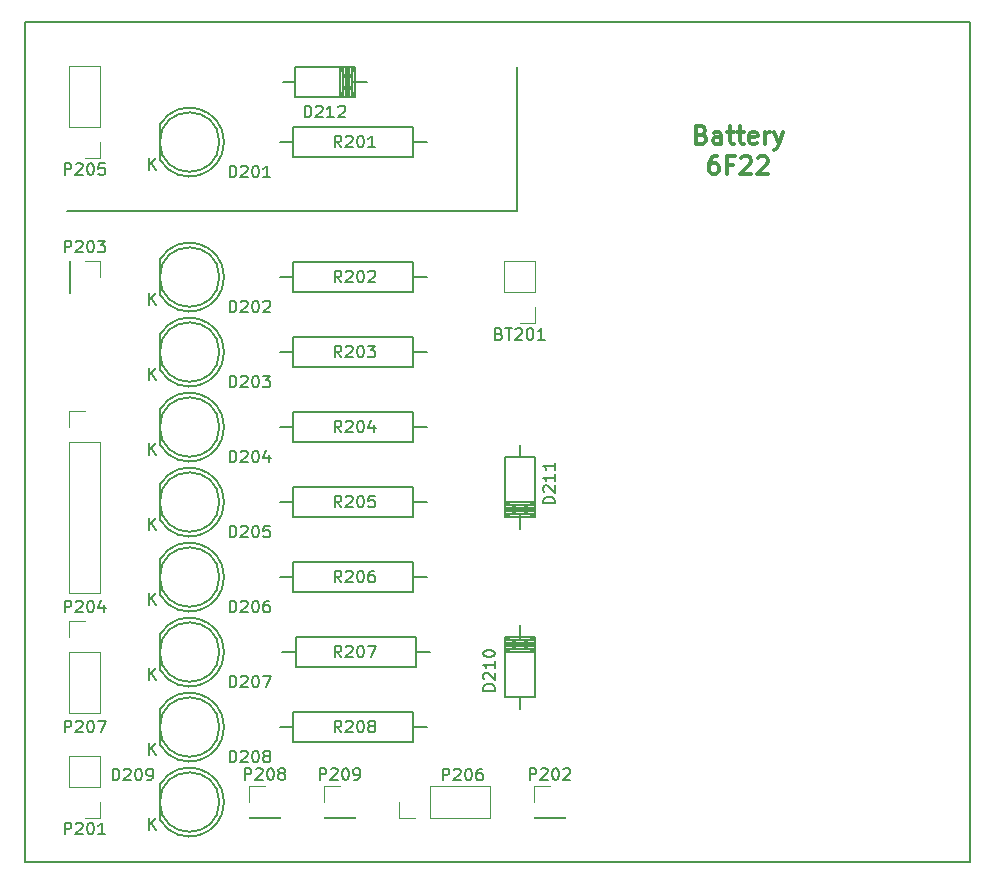
<source format=gbr>
%TF.GenerationSoftware,KiCad,Pcbnew,5.1.9+dfsg1-1+deb11u1*%
%TF.CreationDate,2023-10-22T15:59:23+02:00*%
%TF.ProjectId,display,64697370-6c61-4792-9e6b-696361645f70,231022*%
%TF.SameCoordinates,Original*%
%TF.FileFunction,Legend,Top*%
%TF.FilePolarity,Positive*%
%FSLAX46Y46*%
G04 Gerber Fmt 4.6, Leading zero omitted, Abs format (unit mm)*
G04 Created by KiCad (PCBNEW 5.1.9+dfsg1-1+deb11u1) date 2023-10-22 15:59:23*
%MOMM*%
%LPD*%
G01*
G04 APERTURE LIST*
%ADD10C,0.300000*%
%ADD11C,0.200000*%
%TA.AperFunction,Profile*%
%ADD12C,0.150000*%
%TD*%
%ADD13C,0.150000*%
%ADD14C,0.120000*%
G04 APERTURE END LIST*
D10*
X162500857Y-67705857D02*
X162715142Y-67777285D01*
X162786571Y-67848714D01*
X162858000Y-67991571D01*
X162858000Y-68205857D01*
X162786571Y-68348714D01*
X162715142Y-68420142D01*
X162572285Y-68491571D01*
X162000857Y-68491571D01*
X162000857Y-66991571D01*
X162500857Y-66991571D01*
X162643714Y-67063000D01*
X162715142Y-67134428D01*
X162786571Y-67277285D01*
X162786571Y-67420142D01*
X162715142Y-67563000D01*
X162643714Y-67634428D01*
X162500857Y-67705857D01*
X162000857Y-67705857D01*
X164143714Y-68491571D02*
X164143714Y-67705857D01*
X164072285Y-67563000D01*
X163929428Y-67491571D01*
X163643714Y-67491571D01*
X163500857Y-67563000D01*
X164143714Y-68420142D02*
X164000857Y-68491571D01*
X163643714Y-68491571D01*
X163500857Y-68420142D01*
X163429428Y-68277285D01*
X163429428Y-68134428D01*
X163500857Y-67991571D01*
X163643714Y-67920142D01*
X164000857Y-67920142D01*
X164143714Y-67848714D01*
X164643714Y-67491571D02*
X165215142Y-67491571D01*
X164858000Y-66991571D02*
X164858000Y-68277285D01*
X164929428Y-68420142D01*
X165072285Y-68491571D01*
X165215142Y-68491571D01*
X165500857Y-67491571D02*
X166072285Y-67491571D01*
X165715142Y-66991571D02*
X165715142Y-68277285D01*
X165786571Y-68420142D01*
X165929428Y-68491571D01*
X166072285Y-68491571D01*
X167143714Y-68420142D02*
X167000857Y-68491571D01*
X166715142Y-68491571D01*
X166572285Y-68420142D01*
X166500857Y-68277285D01*
X166500857Y-67705857D01*
X166572285Y-67563000D01*
X166715142Y-67491571D01*
X167000857Y-67491571D01*
X167143714Y-67563000D01*
X167215142Y-67705857D01*
X167215142Y-67848714D01*
X166500857Y-67991571D01*
X167858000Y-68491571D02*
X167858000Y-67491571D01*
X167858000Y-67777285D02*
X167929428Y-67634428D01*
X168000857Y-67563000D01*
X168143714Y-67491571D01*
X168286571Y-67491571D01*
X168643714Y-67491571D02*
X169000857Y-68491571D01*
X169358000Y-67491571D02*
X169000857Y-68491571D01*
X168858000Y-68848714D01*
X168786571Y-68920142D01*
X168643714Y-68991571D01*
X163822285Y-69541571D02*
X163536571Y-69541571D01*
X163393714Y-69613000D01*
X163322285Y-69684428D01*
X163179428Y-69898714D01*
X163108000Y-70184428D01*
X163108000Y-70755857D01*
X163179428Y-70898714D01*
X163250857Y-70970142D01*
X163393714Y-71041571D01*
X163679428Y-71041571D01*
X163822285Y-70970142D01*
X163893714Y-70898714D01*
X163965142Y-70755857D01*
X163965142Y-70398714D01*
X163893714Y-70255857D01*
X163822285Y-70184428D01*
X163679428Y-70113000D01*
X163393714Y-70113000D01*
X163250857Y-70184428D01*
X163179428Y-70255857D01*
X163108000Y-70398714D01*
X165108000Y-70255857D02*
X164608000Y-70255857D01*
X164608000Y-71041571D02*
X164608000Y-69541571D01*
X165322285Y-69541571D01*
X165822285Y-69684428D02*
X165893714Y-69613000D01*
X166036571Y-69541571D01*
X166393714Y-69541571D01*
X166536571Y-69613000D01*
X166608000Y-69684428D01*
X166679428Y-69827285D01*
X166679428Y-69970142D01*
X166608000Y-70184428D01*
X165750857Y-71041571D01*
X166679428Y-71041571D01*
X167250857Y-69684428D02*
X167322285Y-69613000D01*
X167465142Y-69541571D01*
X167822285Y-69541571D01*
X167965142Y-69613000D01*
X168036571Y-69684428D01*
X168108000Y-69827285D01*
X168108000Y-69970142D01*
X168036571Y-70184428D01*
X167179428Y-71041571D01*
X168108000Y-71041571D01*
D11*
X146812000Y-74168000D02*
X146812000Y-61976000D01*
X108712000Y-74168000D02*
X146812000Y-74168000D01*
D12*
X185166000Y-129286000D02*
X148336000Y-129286000D01*
X185166000Y-58166000D02*
X185166000Y-129286000D01*
X105156000Y-58166000D02*
X185166000Y-58166000D01*
X105156000Y-63246000D02*
X105156000Y-58166000D01*
X105156000Y-63246000D02*
X105156000Y-129286000D01*
X105156000Y-129286000D02*
X148336000Y-129286000D01*
X105156000Y-124206000D02*
X105156000Y-129286000D01*
D13*
%TO.C,D201*%
X121643936Y-68326000D02*
G75*
G03*
X121643936Y-68326000I-2517936J0D01*
G01*
X116626000Y-69826000D02*
X116626000Y-66826000D01*
X116641112Y-69850904D02*
G75*
G03*
X116626000Y-66826000I2484888J1524904D01*
G01*
%TO.C,D202*%
X121643936Y-79756000D02*
G75*
G03*
X121643936Y-79756000I-2517936J0D01*
G01*
X116626000Y-81256000D02*
X116626000Y-78256000D01*
X116641112Y-81280904D02*
G75*
G03*
X116626000Y-78256000I2484888J1524904D01*
G01*
%TO.C,D203*%
X121643936Y-86106000D02*
G75*
G03*
X121643936Y-86106000I-2517936J0D01*
G01*
X116626000Y-87606000D02*
X116626000Y-84606000D01*
X116641112Y-87630904D02*
G75*
G03*
X116626000Y-84606000I2484888J1524904D01*
G01*
%TO.C,D204*%
X121643936Y-92456000D02*
G75*
G03*
X121643936Y-92456000I-2517936J0D01*
G01*
X116626000Y-93956000D02*
X116626000Y-90956000D01*
X116641112Y-93980904D02*
G75*
G03*
X116626000Y-90956000I2484888J1524904D01*
G01*
%TO.C,D205*%
X121643936Y-98806000D02*
G75*
G03*
X121643936Y-98806000I-2517936J0D01*
G01*
X116626000Y-100306000D02*
X116626000Y-97306000D01*
X116641112Y-100330904D02*
G75*
G03*
X116626000Y-97306000I2484888J1524904D01*
G01*
%TO.C,D206*%
X121643936Y-105156000D02*
G75*
G03*
X121643936Y-105156000I-2517936J0D01*
G01*
X116626000Y-106656000D02*
X116626000Y-103656000D01*
X116641112Y-106680904D02*
G75*
G03*
X116626000Y-103656000I2484888J1524904D01*
G01*
%TO.C,D207*%
X121643936Y-111506000D02*
G75*
G03*
X121643936Y-111506000I-2517936J0D01*
G01*
X116626000Y-113006000D02*
X116626000Y-110006000D01*
X116641112Y-113030904D02*
G75*
G03*
X116626000Y-110006000I2484888J1524904D01*
G01*
%TO.C,D208*%
X121643936Y-117856000D02*
G75*
G03*
X121643936Y-117856000I-2517936J0D01*
G01*
X116626000Y-119356000D02*
X116626000Y-116356000D01*
X116641112Y-119380904D02*
G75*
G03*
X116626000Y-116356000I2484888J1524904D01*
G01*
%TO.C,D209*%
X121643936Y-124206000D02*
G75*
G03*
X121643936Y-124206000I-2517936J0D01*
G01*
X116626000Y-125706000D02*
X116626000Y-122706000D01*
X116641112Y-125730904D02*
G75*
G03*
X116626000Y-122706000I2484888J1524904D01*
G01*
%TO.C,D210*%
X145798540Y-115316000D02*
X145798540Y-110236000D01*
X148338540Y-115316000D02*
X145798540Y-115316000D01*
X148338540Y-110236000D02*
X148338540Y-115316000D01*
X145798540Y-110236000D02*
X148338540Y-110236000D01*
X148338540Y-110871000D02*
X145798540Y-110871000D01*
X148338540Y-111506000D02*
X145798540Y-111506000D01*
X148338540Y-110236000D02*
X145798540Y-111506000D01*
X148338540Y-111506000D02*
X145798540Y-110236000D01*
X148338540Y-110490000D02*
X145798540Y-110490000D01*
X148338540Y-111252000D02*
X145798540Y-111252000D01*
X148338540Y-110998000D02*
X145798540Y-110998000D01*
X148338540Y-110744000D02*
X145798540Y-110744000D01*
X147068540Y-110490000D02*
X147068540Y-109220000D01*
X147068540Y-115316000D02*
X147068540Y-116332000D01*
%TO.C,D211*%
X148333460Y-94996000D02*
X148333460Y-100076000D01*
X145793460Y-94996000D02*
X148333460Y-94996000D01*
X145793460Y-100076000D02*
X145793460Y-94996000D01*
X148333460Y-100076000D02*
X145793460Y-100076000D01*
X145793460Y-99441000D02*
X148333460Y-99441000D01*
X145793460Y-98806000D02*
X148333460Y-98806000D01*
X145793460Y-100076000D02*
X148333460Y-98806000D01*
X145793460Y-98806000D02*
X148333460Y-100076000D01*
X145793460Y-99822000D02*
X148333460Y-99822000D01*
X145793460Y-99060000D02*
X148333460Y-99060000D01*
X145793460Y-99314000D02*
X148333460Y-99314000D01*
X145793460Y-99568000D02*
X148333460Y-99568000D01*
X147063460Y-99822000D02*
X147063460Y-101092000D01*
X147063460Y-94996000D02*
X147063460Y-93980000D01*
%TO.C,D212*%
X128016000Y-61978540D02*
X133096000Y-61978540D01*
X128016000Y-64518540D02*
X128016000Y-61978540D01*
X133096000Y-64518540D02*
X128016000Y-64518540D01*
X133096000Y-61978540D02*
X133096000Y-64518540D01*
X132461000Y-64518540D02*
X132461000Y-61978540D01*
X131826000Y-64518540D02*
X131826000Y-61978540D01*
X133096000Y-64518540D02*
X131826000Y-61978540D01*
X131826000Y-64518540D02*
X133096000Y-61978540D01*
X132842000Y-64518540D02*
X132842000Y-61978540D01*
X132080000Y-64518540D02*
X132080000Y-61978540D01*
X132334000Y-64518540D02*
X132334000Y-61978540D01*
X132588000Y-64518540D02*
X132588000Y-61978540D01*
X132842000Y-63248540D02*
X134112000Y-63248540D01*
X128016000Y-63248540D02*
X127000000Y-63248540D01*
%TO.C,R201*%
X126746000Y-68326000D02*
X127896000Y-68326000D01*
X139206000Y-68326000D02*
X138056000Y-68326000D01*
X138056000Y-67056000D02*
X127896000Y-67056000D01*
X138056000Y-69596000D02*
X138056000Y-67056000D01*
X127896000Y-69596000D02*
X138056000Y-69596000D01*
X127896000Y-67056000D02*
X127896000Y-69596000D01*
%TO.C,R202*%
X126746000Y-79756000D02*
X127896000Y-79756000D01*
X139206000Y-79756000D02*
X138056000Y-79756000D01*
X138056000Y-78486000D02*
X127896000Y-78486000D01*
X138056000Y-81026000D02*
X138056000Y-78486000D01*
X127896000Y-81026000D02*
X138056000Y-81026000D01*
X127896000Y-78486000D02*
X127896000Y-81026000D01*
%TO.C,R203*%
X126746000Y-86106000D02*
X127896000Y-86106000D01*
X139206000Y-86106000D02*
X138056000Y-86106000D01*
X138056000Y-84836000D02*
X127896000Y-84836000D01*
X138056000Y-87376000D02*
X138056000Y-84836000D01*
X127896000Y-87376000D02*
X138056000Y-87376000D01*
X127896000Y-84836000D02*
X127896000Y-87376000D01*
%TO.C,R204*%
X126746000Y-92456000D02*
X127896000Y-92456000D01*
X139206000Y-92456000D02*
X138056000Y-92456000D01*
X138056000Y-91186000D02*
X127896000Y-91186000D01*
X138056000Y-93726000D02*
X138056000Y-91186000D01*
X127896000Y-93726000D02*
X138056000Y-93726000D01*
X127896000Y-91186000D02*
X127896000Y-93726000D01*
%TO.C,R205*%
X126746000Y-98806000D02*
X127896000Y-98806000D01*
X139206000Y-98806000D02*
X138056000Y-98806000D01*
X138056000Y-97536000D02*
X127896000Y-97536000D01*
X138056000Y-100076000D02*
X138056000Y-97536000D01*
X127896000Y-100076000D02*
X138056000Y-100076000D01*
X127896000Y-97536000D02*
X127896000Y-100076000D01*
%TO.C,R206*%
X126746000Y-105156000D02*
X127896000Y-105156000D01*
X139206000Y-105156000D02*
X138056000Y-105156000D01*
X138056000Y-103886000D02*
X127896000Y-103886000D01*
X138056000Y-106426000D02*
X138056000Y-103886000D01*
X127896000Y-106426000D02*
X138056000Y-106426000D01*
X127896000Y-103886000D02*
X127896000Y-106426000D01*
%TO.C,R207*%
X139446000Y-111506000D02*
X138296000Y-111506000D01*
X126986000Y-111506000D02*
X128136000Y-111506000D01*
X128136000Y-112776000D02*
X138296000Y-112776000D01*
X128136000Y-110236000D02*
X128136000Y-112776000D01*
X138296000Y-110236000D02*
X128136000Y-110236000D01*
X138296000Y-112776000D02*
X138296000Y-110236000D01*
%TO.C,R208*%
X126746000Y-117856000D02*
X127896000Y-117856000D01*
X139206000Y-117856000D02*
X138056000Y-117856000D01*
X138056000Y-116586000D02*
X127896000Y-116586000D01*
X138056000Y-119126000D02*
X138056000Y-116586000D01*
X127896000Y-119126000D02*
X138056000Y-119126000D01*
X127896000Y-116586000D02*
X127896000Y-119126000D01*
D14*
%TO.C,BT201*%
X148396000Y-83626000D02*
X147066000Y-83626000D01*
X148396000Y-82296000D02*
X148396000Y-83626000D01*
X148396000Y-81026000D02*
X145736000Y-81026000D01*
X145736000Y-81026000D02*
X145736000Y-78426000D01*
X148396000Y-81026000D02*
X148396000Y-78426000D01*
X148396000Y-78426000D02*
X145736000Y-78426000D01*
%TO.C,P201*%
X111566000Y-120336000D02*
X108906000Y-120336000D01*
X111566000Y-122936000D02*
X111566000Y-120336000D01*
X108906000Y-122936000D02*
X108906000Y-120336000D01*
X111566000Y-122936000D02*
X108906000Y-122936000D01*
X111566000Y-124206000D02*
X111566000Y-125536000D01*
X111566000Y-125536000D02*
X110236000Y-125536000D01*
%TO.C,P202*%
X148276000Y-125536000D02*
X150936000Y-125536000D01*
X148276000Y-125476000D02*
X148276000Y-125536000D01*
X150936000Y-125476000D02*
X150936000Y-125536000D01*
X148276000Y-125476000D02*
X150936000Y-125476000D01*
X148276000Y-124206000D02*
X148276000Y-122876000D01*
X148276000Y-122876000D02*
X149606000Y-122876000D01*
%TO.C,P203*%
X111566000Y-78426000D02*
X111566000Y-79756000D01*
X110236000Y-78426000D02*
X111566000Y-78426000D01*
X108966000Y-78426000D02*
X108966000Y-81086000D01*
X108966000Y-81086000D02*
X108906000Y-81086000D01*
X108966000Y-78426000D02*
X108906000Y-78426000D01*
X108906000Y-78426000D02*
X108906000Y-81086000D01*
%TO.C,P204*%
X108906000Y-91126000D02*
X110236000Y-91126000D01*
X108906000Y-92456000D02*
X108906000Y-91126000D01*
X108906000Y-93726000D02*
X111566000Y-93726000D01*
X111566000Y-93726000D02*
X111566000Y-106486000D01*
X108906000Y-93726000D02*
X108906000Y-106486000D01*
X108906000Y-106486000D02*
X111566000Y-106486000D01*
%TO.C,P205*%
X111566000Y-69656000D02*
X110236000Y-69656000D01*
X111566000Y-68326000D02*
X111566000Y-69656000D01*
X111566000Y-67056000D02*
X108906000Y-67056000D01*
X108906000Y-67056000D02*
X108906000Y-61916000D01*
X111566000Y-67056000D02*
X111566000Y-61916000D01*
X111566000Y-61916000D02*
X108906000Y-61916000D01*
%TO.C,P206*%
X144586000Y-125536000D02*
X144586000Y-122876000D01*
X139446000Y-125536000D02*
X144586000Y-125536000D01*
X139446000Y-122876000D02*
X144586000Y-122876000D01*
X139446000Y-125536000D02*
X139446000Y-122876000D01*
X138176000Y-125536000D02*
X136846000Y-125536000D01*
X136846000Y-125536000D02*
X136846000Y-124206000D01*
%TO.C,P207*%
X108906000Y-108906000D02*
X110236000Y-108906000D01*
X108906000Y-110236000D02*
X108906000Y-108906000D01*
X108906000Y-111506000D02*
X111566000Y-111506000D01*
X111566000Y-111506000D02*
X111566000Y-116646000D01*
X108906000Y-111506000D02*
X108906000Y-116646000D01*
X108906000Y-116646000D02*
X111566000Y-116646000D01*
%TO.C,P208*%
X124146000Y-122876000D02*
X125476000Y-122876000D01*
X124146000Y-124206000D02*
X124146000Y-122876000D01*
X124146000Y-125476000D02*
X126806000Y-125476000D01*
X126806000Y-125476000D02*
X126806000Y-125536000D01*
X124146000Y-125476000D02*
X124146000Y-125536000D01*
X124146000Y-125536000D02*
X126806000Y-125536000D01*
%TO.C,P209*%
X130496000Y-125536000D02*
X133156000Y-125536000D01*
X130496000Y-125476000D02*
X130496000Y-125536000D01*
X133156000Y-125476000D02*
X133156000Y-125536000D01*
X130496000Y-125476000D02*
X133156000Y-125476000D01*
X130496000Y-124206000D02*
X130496000Y-122876000D01*
X130496000Y-122876000D02*
X131826000Y-122876000D01*
%TD*%
%TO.C,D201*%
D13*
X122515523Y-71318380D02*
X122515523Y-70318380D01*
X122753619Y-70318380D01*
X122896476Y-70366000D01*
X122991714Y-70461238D01*
X123039333Y-70556476D01*
X123086952Y-70746952D01*
X123086952Y-70889809D01*
X123039333Y-71080285D01*
X122991714Y-71175523D01*
X122896476Y-71270761D01*
X122753619Y-71318380D01*
X122515523Y-71318380D01*
X123467904Y-70413619D02*
X123515523Y-70366000D01*
X123610761Y-70318380D01*
X123848857Y-70318380D01*
X123944095Y-70366000D01*
X123991714Y-70413619D01*
X124039333Y-70508857D01*
X124039333Y-70604095D01*
X123991714Y-70746952D01*
X123420285Y-71318380D01*
X124039333Y-71318380D01*
X124658380Y-70318380D02*
X124753619Y-70318380D01*
X124848857Y-70366000D01*
X124896476Y-70413619D01*
X124944095Y-70508857D01*
X124991714Y-70699333D01*
X124991714Y-70937428D01*
X124944095Y-71127904D01*
X124896476Y-71223142D01*
X124848857Y-71270761D01*
X124753619Y-71318380D01*
X124658380Y-71318380D01*
X124563142Y-71270761D01*
X124515523Y-71223142D01*
X124467904Y-71127904D01*
X124420285Y-70937428D01*
X124420285Y-70699333D01*
X124467904Y-70508857D01*
X124515523Y-70413619D01*
X124563142Y-70366000D01*
X124658380Y-70318380D01*
X125944095Y-71318380D02*
X125372666Y-71318380D01*
X125658380Y-71318380D02*
X125658380Y-70318380D01*
X125563142Y-70461238D01*
X125467904Y-70556476D01*
X125372666Y-70604095D01*
X115689095Y-70683380D02*
X115689095Y-69683380D01*
X116260523Y-70683380D02*
X115831952Y-70111952D01*
X116260523Y-69683380D02*
X115689095Y-70254809D01*
%TO.C,D202*%
X122515523Y-82748380D02*
X122515523Y-81748380D01*
X122753619Y-81748380D01*
X122896476Y-81796000D01*
X122991714Y-81891238D01*
X123039333Y-81986476D01*
X123086952Y-82176952D01*
X123086952Y-82319809D01*
X123039333Y-82510285D01*
X122991714Y-82605523D01*
X122896476Y-82700761D01*
X122753619Y-82748380D01*
X122515523Y-82748380D01*
X123467904Y-81843619D02*
X123515523Y-81796000D01*
X123610761Y-81748380D01*
X123848857Y-81748380D01*
X123944095Y-81796000D01*
X123991714Y-81843619D01*
X124039333Y-81938857D01*
X124039333Y-82034095D01*
X123991714Y-82176952D01*
X123420285Y-82748380D01*
X124039333Y-82748380D01*
X124658380Y-81748380D02*
X124753619Y-81748380D01*
X124848857Y-81796000D01*
X124896476Y-81843619D01*
X124944095Y-81938857D01*
X124991714Y-82129333D01*
X124991714Y-82367428D01*
X124944095Y-82557904D01*
X124896476Y-82653142D01*
X124848857Y-82700761D01*
X124753619Y-82748380D01*
X124658380Y-82748380D01*
X124563142Y-82700761D01*
X124515523Y-82653142D01*
X124467904Y-82557904D01*
X124420285Y-82367428D01*
X124420285Y-82129333D01*
X124467904Y-81938857D01*
X124515523Y-81843619D01*
X124563142Y-81796000D01*
X124658380Y-81748380D01*
X125372666Y-81843619D02*
X125420285Y-81796000D01*
X125515523Y-81748380D01*
X125753619Y-81748380D01*
X125848857Y-81796000D01*
X125896476Y-81843619D01*
X125944095Y-81938857D01*
X125944095Y-82034095D01*
X125896476Y-82176952D01*
X125325047Y-82748380D01*
X125944095Y-82748380D01*
X115689095Y-82113380D02*
X115689095Y-81113380D01*
X116260523Y-82113380D02*
X115831952Y-81541952D01*
X116260523Y-81113380D02*
X115689095Y-81684809D01*
%TO.C,D203*%
X122515523Y-89098380D02*
X122515523Y-88098380D01*
X122753619Y-88098380D01*
X122896476Y-88146000D01*
X122991714Y-88241238D01*
X123039333Y-88336476D01*
X123086952Y-88526952D01*
X123086952Y-88669809D01*
X123039333Y-88860285D01*
X122991714Y-88955523D01*
X122896476Y-89050761D01*
X122753619Y-89098380D01*
X122515523Y-89098380D01*
X123467904Y-88193619D02*
X123515523Y-88146000D01*
X123610761Y-88098380D01*
X123848857Y-88098380D01*
X123944095Y-88146000D01*
X123991714Y-88193619D01*
X124039333Y-88288857D01*
X124039333Y-88384095D01*
X123991714Y-88526952D01*
X123420285Y-89098380D01*
X124039333Y-89098380D01*
X124658380Y-88098380D02*
X124753619Y-88098380D01*
X124848857Y-88146000D01*
X124896476Y-88193619D01*
X124944095Y-88288857D01*
X124991714Y-88479333D01*
X124991714Y-88717428D01*
X124944095Y-88907904D01*
X124896476Y-89003142D01*
X124848857Y-89050761D01*
X124753619Y-89098380D01*
X124658380Y-89098380D01*
X124563142Y-89050761D01*
X124515523Y-89003142D01*
X124467904Y-88907904D01*
X124420285Y-88717428D01*
X124420285Y-88479333D01*
X124467904Y-88288857D01*
X124515523Y-88193619D01*
X124563142Y-88146000D01*
X124658380Y-88098380D01*
X125325047Y-88098380D02*
X125944095Y-88098380D01*
X125610761Y-88479333D01*
X125753619Y-88479333D01*
X125848857Y-88526952D01*
X125896476Y-88574571D01*
X125944095Y-88669809D01*
X125944095Y-88907904D01*
X125896476Y-89003142D01*
X125848857Y-89050761D01*
X125753619Y-89098380D01*
X125467904Y-89098380D01*
X125372666Y-89050761D01*
X125325047Y-89003142D01*
X115689095Y-88463380D02*
X115689095Y-87463380D01*
X116260523Y-88463380D02*
X115831952Y-87891952D01*
X116260523Y-87463380D02*
X115689095Y-88034809D01*
%TO.C,D204*%
X122515523Y-95448380D02*
X122515523Y-94448380D01*
X122753619Y-94448380D01*
X122896476Y-94496000D01*
X122991714Y-94591238D01*
X123039333Y-94686476D01*
X123086952Y-94876952D01*
X123086952Y-95019809D01*
X123039333Y-95210285D01*
X122991714Y-95305523D01*
X122896476Y-95400761D01*
X122753619Y-95448380D01*
X122515523Y-95448380D01*
X123467904Y-94543619D02*
X123515523Y-94496000D01*
X123610761Y-94448380D01*
X123848857Y-94448380D01*
X123944095Y-94496000D01*
X123991714Y-94543619D01*
X124039333Y-94638857D01*
X124039333Y-94734095D01*
X123991714Y-94876952D01*
X123420285Y-95448380D01*
X124039333Y-95448380D01*
X124658380Y-94448380D02*
X124753619Y-94448380D01*
X124848857Y-94496000D01*
X124896476Y-94543619D01*
X124944095Y-94638857D01*
X124991714Y-94829333D01*
X124991714Y-95067428D01*
X124944095Y-95257904D01*
X124896476Y-95353142D01*
X124848857Y-95400761D01*
X124753619Y-95448380D01*
X124658380Y-95448380D01*
X124563142Y-95400761D01*
X124515523Y-95353142D01*
X124467904Y-95257904D01*
X124420285Y-95067428D01*
X124420285Y-94829333D01*
X124467904Y-94638857D01*
X124515523Y-94543619D01*
X124563142Y-94496000D01*
X124658380Y-94448380D01*
X125848857Y-94781714D02*
X125848857Y-95448380D01*
X125610761Y-94400761D02*
X125372666Y-95115047D01*
X125991714Y-95115047D01*
X115689095Y-94813380D02*
X115689095Y-93813380D01*
X116260523Y-94813380D02*
X115831952Y-94241952D01*
X116260523Y-93813380D02*
X115689095Y-94384809D01*
%TO.C,D205*%
X122515523Y-101798380D02*
X122515523Y-100798380D01*
X122753619Y-100798380D01*
X122896476Y-100846000D01*
X122991714Y-100941238D01*
X123039333Y-101036476D01*
X123086952Y-101226952D01*
X123086952Y-101369809D01*
X123039333Y-101560285D01*
X122991714Y-101655523D01*
X122896476Y-101750761D01*
X122753619Y-101798380D01*
X122515523Y-101798380D01*
X123467904Y-100893619D02*
X123515523Y-100846000D01*
X123610761Y-100798380D01*
X123848857Y-100798380D01*
X123944095Y-100846000D01*
X123991714Y-100893619D01*
X124039333Y-100988857D01*
X124039333Y-101084095D01*
X123991714Y-101226952D01*
X123420285Y-101798380D01*
X124039333Y-101798380D01*
X124658380Y-100798380D02*
X124753619Y-100798380D01*
X124848857Y-100846000D01*
X124896476Y-100893619D01*
X124944095Y-100988857D01*
X124991714Y-101179333D01*
X124991714Y-101417428D01*
X124944095Y-101607904D01*
X124896476Y-101703142D01*
X124848857Y-101750761D01*
X124753619Y-101798380D01*
X124658380Y-101798380D01*
X124563142Y-101750761D01*
X124515523Y-101703142D01*
X124467904Y-101607904D01*
X124420285Y-101417428D01*
X124420285Y-101179333D01*
X124467904Y-100988857D01*
X124515523Y-100893619D01*
X124563142Y-100846000D01*
X124658380Y-100798380D01*
X125896476Y-100798380D02*
X125420285Y-100798380D01*
X125372666Y-101274571D01*
X125420285Y-101226952D01*
X125515523Y-101179333D01*
X125753619Y-101179333D01*
X125848857Y-101226952D01*
X125896476Y-101274571D01*
X125944095Y-101369809D01*
X125944095Y-101607904D01*
X125896476Y-101703142D01*
X125848857Y-101750761D01*
X125753619Y-101798380D01*
X125515523Y-101798380D01*
X125420285Y-101750761D01*
X125372666Y-101703142D01*
X115689095Y-101163380D02*
X115689095Y-100163380D01*
X116260523Y-101163380D02*
X115831952Y-100591952D01*
X116260523Y-100163380D02*
X115689095Y-100734809D01*
%TO.C,D206*%
X122515523Y-108148380D02*
X122515523Y-107148380D01*
X122753619Y-107148380D01*
X122896476Y-107196000D01*
X122991714Y-107291238D01*
X123039333Y-107386476D01*
X123086952Y-107576952D01*
X123086952Y-107719809D01*
X123039333Y-107910285D01*
X122991714Y-108005523D01*
X122896476Y-108100761D01*
X122753619Y-108148380D01*
X122515523Y-108148380D01*
X123467904Y-107243619D02*
X123515523Y-107196000D01*
X123610761Y-107148380D01*
X123848857Y-107148380D01*
X123944095Y-107196000D01*
X123991714Y-107243619D01*
X124039333Y-107338857D01*
X124039333Y-107434095D01*
X123991714Y-107576952D01*
X123420285Y-108148380D01*
X124039333Y-108148380D01*
X124658380Y-107148380D02*
X124753619Y-107148380D01*
X124848857Y-107196000D01*
X124896476Y-107243619D01*
X124944095Y-107338857D01*
X124991714Y-107529333D01*
X124991714Y-107767428D01*
X124944095Y-107957904D01*
X124896476Y-108053142D01*
X124848857Y-108100761D01*
X124753619Y-108148380D01*
X124658380Y-108148380D01*
X124563142Y-108100761D01*
X124515523Y-108053142D01*
X124467904Y-107957904D01*
X124420285Y-107767428D01*
X124420285Y-107529333D01*
X124467904Y-107338857D01*
X124515523Y-107243619D01*
X124563142Y-107196000D01*
X124658380Y-107148380D01*
X125848857Y-107148380D02*
X125658380Y-107148380D01*
X125563142Y-107196000D01*
X125515523Y-107243619D01*
X125420285Y-107386476D01*
X125372666Y-107576952D01*
X125372666Y-107957904D01*
X125420285Y-108053142D01*
X125467904Y-108100761D01*
X125563142Y-108148380D01*
X125753619Y-108148380D01*
X125848857Y-108100761D01*
X125896476Y-108053142D01*
X125944095Y-107957904D01*
X125944095Y-107719809D01*
X125896476Y-107624571D01*
X125848857Y-107576952D01*
X125753619Y-107529333D01*
X125563142Y-107529333D01*
X125467904Y-107576952D01*
X125420285Y-107624571D01*
X125372666Y-107719809D01*
X115689095Y-107513380D02*
X115689095Y-106513380D01*
X116260523Y-107513380D02*
X115831952Y-106941952D01*
X116260523Y-106513380D02*
X115689095Y-107084809D01*
%TO.C,D207*%
X122515523Y-114498380D02*
X122515523Y-113498380D01*
X122753619Y-113498380D01*
X122896476Y-113546000D01*
X122991714Y-113641238D01*
X123039333Y-113736476D01*
X123086952Y-113926952D01*
X123086952Y-114069809D01*
X123039333Y-114260285D01*
X122991714Y-114355523D01*
X122896476Y-114450761D01*
X122753619Y-114498380D01*
X122515523Y-114498380D01*
X123467904Y-113593619D02*
X123515523Y-113546000D01*
X123610761Y-113498380D01*
X123848857Y-113498380D01*
X123944095Y-113546000D01*
X123991714Y-113593619D01*
X124039333Y-113688857D01*
X124039333Y-113784095D01*
X123991714Y-113926952D01*
X123420285Y-114498380D01*
X124039333Y-114498380D01*
X124658380Y-113498380D02*
X124753619Y-113498380D01*
X124848857Y-113546000D01*
X124896476Y-113593619D01*
X124944095Y-113688857D01*
X124991714Y-113879333D01*
X124991714Y-114117428D01*
X124944095Y-114307904D01*
X124896476Y-114403142D01*
X124848857Y-114450761D01*
X124753619Y-114498380D01*
X124658380Y-114498380D01*
X124563142Y-114450761D01*
X124515523Y-114403142D01*
X124467904Y-114307904D01*
X124420285Y-114117428D01*
X124420285Y-113879333D01*
X124467904Y-113688857D01*
X124515523Y-113593619D01*
X124563142Y-113546000D01*
X124658380Y-113498380D01*
X125325047Y-113498380D02*
X125991714Y-113498380D01*
X125563142Y-114498380D01*
X115689095Y-113863380D02*
X115689095Y-112863380D01*
X116260523Y-113863380D02*
X115831952Y-113291952D01*
X116260523Y-112863380D02*
X115689095Y-113434809D01*
%TO.C,D208*%
X122515523Y-120848380D02*
X122515523Y-119848380D01*
X122753619Y-119848380D01*
X122896476Y-119896000D01*
X122991714Y-119991238D01*
X123039333Y-120086476D01*
X123086952Y-120276952D01*
X123086952Y-120419809D01*
X123039333Y-120610285D01*
X122991714Y-120705523D01*
X122896476Y-120800761D01*
X122753619Y-120848380D01*
X122515523Y-120848380D01*
X123467904Y-119943619D02*
X123515523Y-119896000D01*
X123610761Y-119848380D01*
X123848857Y-119848380D01*
X123944095Y-119896000D01*
X123991714Y-119943619D01*
X124039333Y-120038857D01*
X124039333Y-120134095D01*
X123991714Y-120276952D01*
X123420285Y-120848380D01*
X124039333Y-120848380D01*
X124658380Y-119848380D02*
X124753619Y-119848380D01*
X124848857Y-119896000D01*
X124896476Y-119943619D01*
X124944095Y-120038857D01*
X124991714Y-120229333D01*
X124991714Y-120467428D01*
X124944095Y-120657904D01*
X124896476Y-120753142D01*
X124848857Y-120800761D01*
X124753619Y-120848380D01*
X124658380Y-120848380D01*
X124563142Y-120800761D01*
X124515523Y-120753142D01*
X124467904Y-120657904D01*
X124420285Y-120467428D01*
X124420285Y-120229333D01*
X124467904Y-120038857D01*
X124515523Y-119943619D01*
X124563142Y-119896000D01*
X124658380Y-119848380D01*
X125563142Y-120276952D02*
X125467904Y-120229333D01*
X125420285Y-120181714D01*
X125372666Y-120086476D01*
X125372666Y-120038857D01*
X125420285Y-119943619D01*
X125467904Y-119896000D01*
X125563142Y-119848380D01*
X125753619Y-119848380D01*
X125848857Y-119896000D01*
X125896476Y-119943619D01*
X125944095Y-120038857D01*
X125944095Y-120086476D01*
X125896476Y-120181714D01*
X125848857Y-120229333D01*
X125753619Y-120276952D01*
X125563142Y-120276952D01*
X125467904Y-120324571D01*
X125420285Y-120372190D01*
X125372666Y-120467428D01*
X125372666Y-120657904D01*
X125420285Y-120753142D01*
X125467904Y-120800761D01*
X125563142Y-120848380D01*
X125753619Y-120848380D01*
X125848857Y-120800761D01*
X125896476Y-120753142D01*
X125944095Y-120657904D01*
X125944095Y-120467428D01*
X125896476Y-120372190D01*
X125848857Y-120324571D01*
X125753619Y-120276952D01*
X115689095Y-120213380D02*
X115689095Y-119213380D01*
X116260523Y-120213380D02*
X115831952Y-119641952D01*
X116260523Y-119213380D02*
X115689095Y-119784809D01*
%TO.C,D209*%
X112609523Y-122372380D02*
X112609523Y-121372380D01*
X112847619Y-121372380D01*
X112990476Y-121420000D01*
X113085714Y-121515238D01*
X113133333Y-121610476D01*
X113180952Y-121800952D01*
X113180952Y-121943809D01*
X113133333Y-122134285D01*
X113085714Y-122229523D01*
X112990476Y-122324761D01*
X112847619Y-122372380D01*
X112609523Y-122372380D01*
X113561904Y-121467619D02*
X113609523Y-121420000D01*
X113704761Y-121372380D01*
X113942857Y-121372380D01*
X114038095Y-121420000D01*
X114085714Y-121467619D01*
X114133333Y-121562857D01*
X114133333Y-121658095D01*
X114085714Y-121800952D01*
X113514285Y-122372380D01*
X114133333Y-122372380D01*
X114752380Y-121372380D02*
X114847619Y-121372380D01*
X114942857Y-121420000D01*
X114990476Y-121467619D01*
X115038095Y-121562857D01*
X115085714Y-121753333D01*
X115085714Y-121991428D01*
X115038095Y-122181904D01*
X114990476Y-122277142D01*
X114942857Y-122324761D01*
X114847619Y-122372380D01*
X114752380Y-122372380D01*
X114657142Y-122324761D01*
X114609523Y-122277142D01*
X114561904Y-122181904D01*
X114514285Y-121991428D01*
X114514285Y-121753333D01*
X114561904Y-121562857D01*
X114609523Y-121467619D01*
X114657142Y-121420000D01*
X114752380Y-121372380D01*
X115561904Y-122372380D02*
X115752380Y-122372380D01*
X115847619Y-122324761D01*
X115895238Y-122277142D01*
X115990476Y-122134285D01*
X116038095Y-121943809D01*
X116038095Y-121562857D01*
X115990476Y-121467619D01*
X115942857Y-121420000D01*
X115847619Y-121372380D01*
X115657142Y-121372380D01*
X115561904Y-121420000D01*
X115514285Y-121467619D01*
X115466666Y-121562857D01*
X115466666Y-121800952D01*
X115514285Y-121896190D01*
X115561904Y-121943809D01*
X115657142Y-121991428D01*
X115847619Y-121991428D01*
X115942857Y-121943809D01*
X115990476Y-121896190D01*
X116038095Y-121800952D01*
X115689095Y-126563380D02*
X115689095Y-125563380D01*
X116260523Y-126563380D02*
X115831952Y-125991952D01*
X116260523Y-125563380D02*
X115689095Y-126134809D01*
%TO.C,D210*%
X144980920Y-114773816D02*
X143980920Y-114773816D01*
X143980920Y-114535720D01*
X144028540Y-114392863D01*
X144123778Y-114297625D01*
X144219016Y-114250006D01*
X144409492Y-114202387D01*
X144552349Y-114202387D01*
X144742825Y-114250006D01*
X144838063Y-114297625D01*
X144933301Y-114392863D01*
X144980920Y-114535720D01*
X144980920Y-114773816D01*
X144076159Y-113821435D02*
X144028540Y-113773816D01*
X143980920Y-113678578D01*
X143980920Y-113440482D01*
X144028540Y-113345244D01*
X144076159Y-113297625D01*
X144171397Y-113250006D01*
X144266635Y-113250006D01*
X144409492Y-113297625D01*
X144980920Y-113869054D01*
X144980920Y-113250006D01*
X144980920Y-112297625D02*
X144980920Y-112869054D01*
X144980920Y-112583340D02*
X143980920Y-112583340D01*
X144123778Y-112678578D01*
X144219016Y-112773816D01*
X144266635Y-112869054D01*
X143980920Y-111678578D02*
X143980920Y-111583340D01*
X144028540Y-111488101D01*
X144076159Y-111440482D01*
X144171397Y-111392863D01*
X144361873Y-111345244D01*
X144599968Y-111345244D01*
X144790444Y-111392863D01*
X144885682Y-111440482D01*
X144933301Y-111488101D01*
X144980920Y-111583340D01*
X144980920Y-111678578D01*
X144933301Y-111773816D01*
X144885682Y-111821435D01*
X144790444Y-111869054D01*
X144599968Y-111916673D01*
X144361873Y-111916673D01*
X144171397Y-111869054D01*
X144076159Y-111821435D01*
X144028540Y-111773816D01*
X143980920Y-111678578D01*
%TO.C,D211*%
X150055840Y-98919136D02*
X149055840Y-98919136D01*
X149055840Y-98681040D01*
X149103460Y-98538183D01*
X149198698Y-98442945D01*
X149293936Y-98395326D01*
X149484412Y-98347707D01*
X149627269Y-98347707D01*
X149817745Y-98395326D01*
X149912983Y-98442945D01*
X150008221Y-98538183D01*
X150055840Y-98681040D01*
X150055840Y-98919136D01*
X149151079Y-97966755D02*
X149103460Y-97919136D01*
X149055840Y-97823898D01*
X149055840Y-97585802D01*
X149103460Y-97490564D01*
X149151079Y-97442945D01*
X149246317Y-97395326D01*
X149341555Y-97395326D01*
X149484412Y-97442945D01*
X150055840Y-98014374D01*
X150055840Y-97395326D01*
X150055840Y-96442945D02*
X150055840Y-97014374D01*
X150055840Y-96728660D02*
X149055840Y-96728660D01*
X149198698Y-96823898D01*
X149293936Y-96919136D01*
X149341555Y-97014374D01*
X150055840Y-95490564D02*
X150055840Y-96061993D01*
X150055840Y-95776279D02*
X149055840Y-95776279D01*
X149198698Y-95871517D01*
X149293936Y-95966755D01*
X149341555Y-96061993D01*
%TO.C,D212*%
X128865523Y-66238380D02*
X128865523Y-65238380D01*
X129103619Y-65238380D01*
X129246476Y-65286000D01*
X129341714Y-65381238D01*
X129389333Y-65476476D01*
X129436952Y-65666952D01*
X129436952Y-65809809D01*
X129389333Y-66000285D01*
X129341714Y-66095523D01*
X129246476Y-66190761D01*
X129103619Y-66238380D01*
X128865523Y-66238380D01*
X129817904Y-65333619D02*
X129865523Y-65286000D01*
X129960761Y-65238380D01*
X130198857Y-65238380D01*
X130294095Y-65286000D01*
X130341714Y-65333619D01*
X130389333Y-65428857D01*
X130389333Y-65524095D01*
X130341714Y-65666952D01*
X129770285Y-66238380D01*
X130389333Y-66238380D01*
X131341714Y-66238380D02*
X130770285Y-66238380D01*
X131056000Y-66238380D02*
X131056000Y-65238380D01*
X130960761Y-65381238D01*
X130865523Y-65476476D01*
X130770285Y-65524095D01*
X131722666Y-65333619D02*
X131770285Y-65286000D01*
X131865523Y-65238380D01*
X132103619Y-65238380D01*
X132198857Y-65286000D01*
X132246476Y-65333619D01*
X132294095Y-65428857D01*
X132294095Y-65524095D01*
X132246476Y-65666952D01*
X131675047Y-66238380D01*
X132294095Y-66238380D01*
%TO.C,R201*%
X131976952Y-68778380D02*
X131643619Y-68302190D01*
X131405523Y-68778380D02*
X131405523Y-67778380D01*
X131786476Y-67778380D01*
X131881714Y-67826000D01*
X131929333Y-67873619D01*
X131976952Y-67968857D01*
X131976952Y-68111714D01*
X131929333Y-68206952D01*
X131881714Y-68254571D01*
X131786476Y-68302190D01*
X131405523Y-68302190D01*
X132357904Y-67873619D02*
X132405523Y-67826000D01*
X132500761Y-67778380D01*
X132738857Y-67778380D01*
X132834095Y-67826000D01*
X132881714Y-67873619D01*
X132929333Y-67968857D01*
X132929333Y-68064095D01*
X132881714Y-68206952D01*
X132310285Y-68778380D01*
X132929333Y-68778380D01*
X133548380Y-67778380D02*
X133643619Y-67778380D01*
X133738857Y-67826000D01*
X133786476Y-67873619D01*
X133834095Y-67968857D01*
X133881714Y-68159333D01*
X133881714Y-68397428D01*
X133834095Y-68587904D01*
X133786476Y-68683142D01*
X133738857Y-68730761D01*
X133643619Y-68778380D01*
X133548380Y-68778380D01*
X133453142Y-68730761D01*
X133405523Y-68683142D01*
X133357904Y-68587904D01*
X133310285Y-68397428D01*
X133310285Y-68159333D01*
X133357904Y-67968857D01*
X133405523Y-67873619D01*
X133453142Y-67826000D01*
X133548380Y-67778380D01*
X134834095Y-68778380D02*
X134262666Y-68778380D01*
X134548380Y-68778380D02*
X134548380Y-67778380D01*
X134453142Y-67921238D01*
X134357904Y-68016476D01*
X134262666Y-68064095D01*
%TO.C,R202*%
X131976952Y-80208380D02*
X131643619Y-79732190D01*
X131405523Y-80208380D02*
X131405523Y-79208380D01*
X131786476Y-79208380D01*
X131881714Y-79256000D01*
X131929333Y-79303619D01*
X131976952Y-79398857D01*
X131976952Y-79541714D01*
X131929333Y-79636952D01*
X131881714Y-79684571D01*
X131786476Y-79732190D01*
X131405523Y-79732190D01*
X132357904Y-79303619D02*
X132405523Y-79256000D01*
X132500761Y-79208380D01*
X132738857Y-79208380D01*
X132834095Y-79256000D01*
X132881714Y-79303619D01*
X132929333Y-79398857D01*
X132929333Y-79494095D01*
X132881714Y-79636952D01*
X132310285Y-80208380D01*
X132929333Y-80208380D01*
X133548380Y-79208380D02*
X133643619Y-79208380D01*
X133738857Y-79256000D01*
X133786476Y-79303619D01*
X133834095Y-79398857D01*
X133881714Y-79589333D01*
X133881714Y-79827428D01*
X133834095Y-80017904D01*
X133786476Y-80113142D01*
X133738857Y-80160761D01*
X133643619Y-80208380D01*
X133548380Y-80208380D01*
X133453142Y-80160761D01*
X133405523Y-80113142D01*
X133357904Y-80017904D01*
X133310285Y-79827428D01*
X133310285Y-79589333D01*
X133357904Y-79398857D01*
X133405523Y-79303619D01*
X133453142Y-79256000D01*
X133548380Y-79208380D01*
X134262666Y-79303619D02*
X134310285Y-79256000D01*
X134405523Y-79208380D01*
X134643619Y-79208380D01*
X134738857Y-79256000D01*
X134786476Y-79303619D01*
X134834095Y-79398857D01*
X134834095Y-79494095D01*
X134786476Y-79636952D01*
X134215047Y-80208380D01*
X134834095Y-80208380D01*
%TO.C,R203*%
X131976952Y-86558380D02*
X131643619Y-86082190D01*
X131405523Y-86558380D02*
X131405523Y-85558380D01*
X131786476Y-85558380D01*
X131881714Y-85606000D01*
X131929333Y-85653619D01*
X131976952Y-85748857D01*
X131976952Y-85891714D01*
X131929333Y-85986952D01*
X131881714Y-86034571D01*
X131786476Y-86082190D01*
X131405523Y-86082190D01*
X132357904Y-85653619D02*
X132405523Y-85606000D01*
X132500761Y-85558380D01*
X132738857Y-85558380D01*
X132834095Y-85606000D01*
X132881714Y-85653619D01*
X132929333Y-85748857D01*
X132929333Y-85844095D01*
X132881714Y-85986952D01*
X132310285Y-86558380D01*
X132929333Y-86558380D01*
X133548380Y-85558380D02*
X133643619Y-85558380D01*
X133738857Y-85606000D01*
X133786476Y-85653619D01*
X133834095Y-85748857D01*
X133881714Y-85939333D01*
X133881714Y-86177428D01*
X133834095Y-86367904D01*
X133786476Y-86463142D01*
X133738857Y-86510761D01*
X133643619Y-86558380D01*
X133548380Y-86558380D01*
X133453142Y-86510761D01*
X133405523Y-86463142D01*
X133357904Y-86367904D01*
X133310285Y-86177428D01*
X133310285Y-85939333D01*
X133357904Y-85748857D01*
X133405523Y-85653619D01*
X133453142Y-85606000D01*
X133548380Y-85558380D01*
X134215047Y-85558380D02*
X134834095Y-85558380D01*
X134500761Y-85939333D01*
X134643619Y-85939333D01*
X134738857Y-85986952D01*
X134786476Y-86034571D01*
X134834095Y-86129809D01*
X134834095Y-86367904D01*
X134786476Y-86463142D01*
X134738857Y-86510761D01*
X134643619Y-86558380D01*
X134357904Y-86558380D01*
X134262666Y-86510761D01*
X134215047Y-86463142D01*
%TO.C,R204*%
X131976952Y-92908380D02*
X131643619Y-92432190D01*
X131405523Y-92908380D02*
X131405523Y-91908380D01*
X131786476Y-91908380D01*
X131881714Y-91956000D01*
X131929333Y-92003619D01*
X131976952Y-92098857D01*
X131976952Y-92241714D01*
X131929333Y-92336952D01*
X131881714Y-92384571D01*
X131786476Y-92432190D01*
X131405523Y-92432190D01*
X132357904Y-92003619D02*
X132405523Y-91956000D01*
X132500761Y-91908380D01*
X132738857Y-91908380D01*
X132834095Y-91956000D01*
X132881714Y-92003619D01*
X132929333Y-92098857D01*
X132929333Y-92194095D01*
X132881714Y-92336952D01*
X132310285Y-92908380D01*
X132929333Y-92908380D01*
X133548380Y-91908380D02*
X133643619Y-91908380D01*
X133738857Y-91956000D01*
X133786476Y-92003619D01*
X133834095Y-92098857D01*
X133881714Y-92289333D01*
X133881714Y-92527428D01*
X133834095Y-92717904D01*
X133786476Y-92813142D01*
X133738857Y-92860761D01*
X133643619Y-92908380D01*
X133548380Y-92908380D01*
X133453142Y-92860761D01*
X133405523Y-92813142D01*
X133357904Y-92717904D01*
X133310285Y-92527428D01*
X133310285Y-92289333D01*
X133357904Y-92098857D01*
X133405523Y-92003619D01*
X133453142Y-91956000D01*
X133548380Y-91908380D01*
X134738857Y-92241714D02*
X134738857Y-92908380D01*
X134500761Y-91860761D02*
X134262666Y-92575047D01*
X134881714Y-92575047D01*
%TO.C,R205*%
X131976952Y-99258380D02*
X131643619Y-98782190D01*
X131405523Y-99258380D02*
X131405523Y-98258380D01*
X131786476Y-98258380D01*
X131881714Y-98306000D01*
X131929333Y-98353619D01*
X131976952Y-98448857D01*
X131976952Y-98591714D01*
X131929333Y-98686952D01*
X131881714Y-98734571D01*
X131786476Y-98782190D01*
X131405523Y-98782190D01*
X132357904Y-98353619D02*
X132405523Y-98306000D01*
X132500761Y-98258380D01*
X132738857Y-98258380D01*
X132834095Y-98306000D01*
X132881714Y-98353619D01*
X132929333Y-98448857D01*
X132929333Y-98544095D01*
X132881714Y-98686952D01*
X132310285Y-99258380D01*
X132929333Y-99258380D01*
X133548380Y-98258380D02*
X133643619Y-98258380D01*
X133738857Y-98306000D01*
X133786476Y-98353619D01*
X133834095Y-98448857D01*
X133881714Y-98639333D01*
X133881714Y-98877428D01*
X133834095Y-99067904D01*
X133786476Y-99163142D01*
X133738857Y-99210761D01*
X133643619Y-99258380D01*
X133548380Y-99258380D01*
X133453142Y-99210761D01*
X133405523Y-99163142D01*
X133357904Y-99067904D01*
X133310285Y-98877428D01*
X133310285Y-98639333D01*
X133357904Y-98448857D01*
X133405523Y-98353619D01*
X133453142Y-98306000D01*
X133548380Y-98258380D01*
X134786476Y-98258380D02*
X134310285Y-98258380D01*
X134262666Y-98734571D01*
X134310285Y-98686952D01*
X134405523Y-98639333D01*
X134643619Y-98639333D01*
X134738857Y-98686952D01*
X134786476Y-98734571D01*
X134834095Y-98829809D01*
X134834095Y-99067904D01*
X134786476Y-99163142D01*
X134738857Y-99210761D01*
X134643619Y-99258380D01*
X134405523Y-99258380D01*
X134310285Y-99210761D01*
X134262666Y-99163142D01*
%TO.C,R206*%
X131976952Y-105608380D02*
X131643619Y-105132190D01*
X131405523Y-105608380D02*
X131405523Y-104608380D01*
X131786476Y-104608380D01*
X131881714Y-104656000D01*
X131929333Y-104703619D01*
X131976952Y-104798857D01*
X131976952Y-104941714D01*
X131929333Y-105036952D01*
X131881714Y-105084571D01*
X131786476Y-105132190D01*
X131405523Y-105132190D01*
X132357904Y-104703619D02*
X132405523Y-104656000D01*
X132500761Y-104608380D01*
X132738857Y-104608380D01*
X132834095Y-104656000D01*
X132881714Y-104703619D01*
X132929333Y-104798857D01*
X132929333Y-104894095D01*
X132881714Y-105036952D01*
X132310285Y-105608380D01*
X132929333Y-105608380D01*
X133548380Y-104608380D02*
X133643619Y-104608380D01*
X133738857Y-104656000D01*
X133786476Y-104703619D01*
X133834095Y-104798857D01*
X133881714Y-104989333D01*
X133881714Y-105227428D01*
X133834095Y-105417904D01*
X133786476Y-105513142D01*
X133738857Y-105560761D01*
X133643619Y-105608380D01*
X133548380Y-105608380D01*
X133453142Y-105560761D01*
X133405523Y-105513142D01*
X133357904Y-105417904D01*
X133310285Y-105227428D01*
X133310285Y-104989333D01*
X133357904Y-104798857D01*
X133405523Y-104703619D01*
X133453142Y-104656000D01*
X133548380Y-104608380D01*
X134738857Y-104608380D02*
X134548380Y-104608380D01*
X134453142Y-104656000D01*
X134405523Y-104703619D01*
X134310285Y-104846476D01*
X134262666Y-105036952D01*
X134262666Y-105417904D01*
X134310285Y-105513142D01*
X134357904Y-105560761D01*
X134453142Y-105608380D01*
X134643619Y-105608380D01*
X134738857Y-105560761D01*
X134786476Y-105513142D01*
X134834095Y-105417904D01*
X134834095Y-105179809D01*
X134786476Y-105084571D01*
X134738857Y-105036952D01*
X134643619Y-104989333D01*
X134453142Y-104989333D01*
X134357904Y-105036952D01*
X134310285Y-105084571D01*
X134262666Y-105179809D01*
%TO.C,R207*%
X131976952Y-111958380D02*
X131643619Y-111482190D01*
X131405523Y-111958380D02*
X131405523Y-110958380D01*
X131786476Y-110958380D01*
X131881714Y-111006000D01*
X131929333Y-111053619D01*
X131976952Y-111148857D01*
X131976952Y-111291714D01*
X131929333Y-111386952D01*
X131881714Y-111434571D01*
X131786476Y-111482190D01*
X131405523Y-111482190D01*
X132357904Y-111053619D02*
X132405523Y-111006000D01*
X132500761Y-110958380D01*
X132738857Y-110958380D01*
X132834095Y-111006000D01*
X132881714Y-111053619D01*
X132929333Y-111148857D01*
X132929333Y-111244095D01*
X132881714Y-111386952D01*
X132310285Y-111958380D01*
X132929333Y-111958380D01*
X133548380Y-110958380D02*
X133643619Y-110958380D01*
X133738857Y-111006000D01*
X133786476Y-111053619D01*
X133834095Y-111148857D01*
X133881714Y-111339333D01*
X133881714Y-111577428D01*
X133834095Y-111767904D01*
X133786476Y-111863142D01*
X133738857Y-111910761D01*
X133643619Y-111958380D01*
X133548380Y-111958380D01*
X133453142Y-111910761D01*
X133405523Y-111863142D01*
X133357904Y-111767904D01*
X133310285Y-111577428D01*
X133310285Y-111339333D01*
X133357904Y-111148857D01*
X133405523Y-111053619D01*
X133453142Y-111006000D01*
X133548380Y-110958380D01*
X134215047Y-110958380D02*
X134881714Y-110958380D01*
X134453142Y-111958380D01*
%TO.C,R208*%
X131976952Y-118308380D02*
X131643619Y-117832190D01*
X131405523Y-118308380D02*
X131405523Y-117308380D01*
X131786476Y-117308380D01*
X131881714Y-117356000D01*
X131929333Y-117403619D01*
X131976952Y-117498857D01*
X131976952Y-117641714D01*
X131929333Y-117736952D01*
X131881714Y-117784571D01*
X131786476Y-117832190D01*
X131405523Y-117832190D01*
X132357904Y-117403619D02*
X132405523Y-117356000D01*
X132500761Y-117308380D01*
X132738857Y-117308380D01*
X132834095Y-117356000D01*
X132881714Y-117403619D01*
X132929333Y-117498857D01*
X132929333Y-117594095D01*
X132881714Y-117736952D01*
X132310285Y-118308380D01*
X132929333Y-118308380D01*
X133548380Y-117308380D02*
X133643619Y-117308380D01*
X133738857Y-117356000D01*
X133786476Y-117403619D01*
X133834095Y-117498857D01*
X133881714Y-117689333D01*
X133881714Y-117927428D01*
X133834095Y-118117904D01*
X133786476Y-118213142D01*
X133738857Y-118260761D01*
X133643619Y-118308380D01*
X133548380Y-118308380D01*
X133453142Y-118260761D01*
X133405523Y-118213142D01*
X133357904Y-118117904D01*
X133310285Y-117927428D01*
X133310285Y-117689333D01*
X133357904Y-117498857D01*
X133405523Y-117403619D01*
X133453142Y-117356000D01*
X133548380Y-117308380D01*
X134453142Y-117736952D02*
X134357904Y-117689333D01*
X134310285Y-117641714D01*
X134262666Y-117546476D01*
X134262666Y-117498857D01*
X134310285Y-117403619D01*
X134357904Y-117356000D01*
X134453142Y-117308380D01*
X134643619Y-117308380D01*
X134738857Y-117356000D01*
X134786476Y-117403619D01*
X134834095Y-117498857D01*
X134834095Y-117546476D01*
X134786476Y-117641714D01*
X134738857Y-117689333D01*
X134643619Y-117736952D01*
X134453142Y-117736952D01*
X134357904Y-117784571D01*
X134310285Y-117832190D01*
X134262666Y-117927428D01*
X134262666Y-118117904D01*
X134310285Y-118213142D01*
X134357904Y-118260761D01*
X134453142Y-118308380D01*
X134643619Y-118308380D01*
X134738857Y-118260761D01*
X134786476Y-118213142D01*
X134834095Y-118117904D01*
X134834095Y-117927428D01*
X134786476Y-117832190D01*
X134738857Y-117784571D01*
X134643619Y-117736952D01*
%TO.C,BT201*%
X145327904Y-84554571D02*
X145470761Y-84602190D01*
X145518380Y-84649809D01*
X145566000Y-84745047D01*
X145566000Y-84887904D01*
X145518380Y-84983142D01*
X145470761Y-85030761D01*
X145375523Y-85078380D01*
X144994571Y-85078380D01*
X144994571Y-84078380D01*
X145327904Y-84078380D01*
X145423142Y-84126000D01*
X145470761Y-84173619D01*
X145518380Y-84268857D01*
X145518380Y-84364095D01*
X145470761Y-84459333D01*
X145423142Y-84506952D01*
X145327904Y-84554571D01*
X144994571Y-84554571D01*
X145851714Y-84078380D02*
X146423142Y-84078380D01*
X146137428Y-85078380D02*
X146137428Y-84078380D01*
X146708857Y-84173619D02*
X146756476Y-84126000D01*
X146851714Y-84078380D01*
X147089809Y-84078380D01*
X147185047Y-84126000D01*
X147232666Y-84173619D01*
X147280285Y-84268857D01*
X147280285Y-84364095D01*
X147232666Y-84506952D01*
X146661238Y-85078380D01*
X147280285Y-85078380D01*
X147899333Y-84078380D02*
X147994571Y-84078380D01*
X148089809Y-84126000D01*
X148137428Y-84173619D01*
X148185047Y-84268857D01*
X148232666Y-84459333D01*
X148232666Y-84697428D01*
X148185047Y-84887904D01*
X148137428Y-84983142D01*
X148089809Y-85030761D01*
X147994571Y-85078380D01*
X147899333Y-85078380D01*
X147804095Y-85030761D01*
X147756476Y-84983142D01*
X147708857Y-84887904D01*
X147661238Y-84697428D01*
X147661238Y-84459333D01*
X147708857Y-84268857D01*
X147756476Y-84173619D01*
X147804095Y-84126000D01*
X147899333Y-84078380D01*
X149185047Y-85078380D02*
X148613619Y-85078380D01*
X148899333Y-85078380D02*
X148899333Y-84078380D01*
X148804095Y-84221238D01*
X148708857Y-84316476D01*
X148613619Y-84364095D01*
%TO.C,P201*%
X108545523Y-126944380D02*
X108545523Y-125944380D01*
X108926476Y-125944380D01*
X109021714Y-125992000D01*
X109069333Y-126039619D01*
X109116952Y-126134857D01*
X109116952Y-126277714D01*
X109069333Y-126372952D01*
X109021714Y-126420571D01*
X108926476Y-126468190D01*
X108545523Y-126468190D01*
X109497904Y-126039619D02*
X109545523Y-125992000D01*
X109640761Y-125944380D01*
X109878857Y-125944380D01*
X109974095Y-125992000D01*
X110021714Y-126039619D01*
X110069333Y-126134857D01*
X110069333Y-126230095D01*
X110021714Y-126372952D01*
X109450285Y-126944380D01*
X110069333Y-126944380D01*
X110688380Y-125944380D02*
X110783619Y-125944380D01*
X110878857Y-125992000D01*
X110926476Y-126039619D01*
X110974095Y-126134857D01*
X111021714Y-126325333D01*
X111021714Y-126563428D01*
X110974095Y-126753904D01*
X110926476Y-126849142D01*
X110878857Y-126896761D01*
X110783619Y-126944380D01*
X110688380Y-126944380D01*
X110593142Y-126896761D01*
X110545523Y-126849142D01*
X110497904Y-126753904D01*
X110450285Y-126563428D01*
X110450285Y-126325333D01*
X110497904Y-126134857D01*
X110545523Y-126039619D01*
X110593142Y-125992000D01*
X110688380Y-125944380D01*
X111974095Y-126944380D02*
X111402666Y-126944380D01*
X111688380Y-126944380D02*
X111688380Y-125944380D01*
X111593142Y-126087238D01*
X111497904Y-126182476D01*
X111402666Y-126230095D01*
%TO.C,P202*%
X147915523Y-122328380D02*
X147915523Y-121328380D01*
X148296476Y-121328380D01*
X148391714Y-121376000D01*
X148439333Y-121423619D01*
X148486952Y-121518857D01*
X148486952Y-121661714D01*
X148439333Y-121756952D01*
X148391714Y-121804571D01*
X148296476Y-121852190D01*
X147915523Y-121852190D01*
X148867904Y-121423619D02*
X148915523Y-121376000D01*
X149010761Y-121328380D01*
X149248857Y-121328380D01*
X149344095Y-121376000D01*
X149391714Y-121423619D01*
X149439333Y-121518857D01*
X149439333Y-121614095D01*
X149391714Y-121756952D01*
X148820285Y-122328380D01*
X149439333Y-122328380D01*
X150058380Y-121328380D02*
X150153619Y-121328380D01*
X150248857Y-121376000D01*
X150296476Y-121423619D01*
X150344095Y-121518857D01*
X150391714Y-121709333D01*
X150391714Y-121947428D01*
X150344095Y-122137904D01*
X150296476Y-122233142D01*
X150248857Y-122280761D01*
X150153619Y-122328380D01*
X150058380Y-122328380D01*
X149963142Y-122280761D01*
X149915523Y-122233142D01*
X149867904Y-122137904D01*
X149820285Y-121947428D01*
X149820285Y-121709333D01*
X149867904Y-121518857D01*
X149915523Y-121423619D01*
X149963142Y-121376000D01*
X150058380Y-121328380D01*
X150772666Y-121423619D02*
X150820285Y-121376000D01*
X150915523Y-121328380D01*
X151153619Y-121328380D01*
X151248857Y-121376000D01*
X151296476Y-121423619D01*
X151344095Y-121518857D01*
X151344095Y-121614095D01*
X151296476Y-121756952D01*
X150725047Y-122328380D01*
X151344095Y-122328380D01*
%TO.C,P203*%
X108545523Y-77668380D02*
X108545523Y-76668380D01*
X108926476Y-76668380D01*
X109021714Y-76716000D01*
X109069333Y-76763619D01*
X109116952Y-76858857D01*
X109116952Y-77001714D01*
X109069333Y-77096952D01*
X109021714Y-77144571D01*
X108926476Y-77192190D01*
X108545523Y-77192190D01*
X109497904Y-76763619D02*
X109545523Y-76716000D01*
X109640761Y-76668380D01*
X109878857Y-76668380D01*
X109974095Y-76716000D01*
X110021714Y-76763619D01*
X110069333Y-76858857D01*
X110069333Y-76954095D01*
X110021714Y-77096952D01*
X109450285Y-77668380D01*
X110069333Y-77668380D01*
X110688380Y-76668380D02*
X110783619Y-76668380D01*
X110878857Y-76716000D01*
X110926476Y-76763619D01*
X110974095Y-76858857D01*
X111021714Y-77049333D01*
X111021714Y-77287428D01*
X110974095Y-77477904D01*
X110926476Y-77573142D01*
X110878857Y-77620761D01*
X110783619Y-77668380D01*
X110688380Y-77668380D01*
X110593142Y-77620761D01*
X110545523Y-77573142D01*
X110497904Y-77477904D01*
X110450285Y-77287428D01*
X110450285Y-77049333D01*
X110497904Y-76858857D01*
X110545523Y-76763619D01*
X110593142Y-76716000D01*
X110688380Y-76668380D01*
X111355047Y-76668380D02*
X111974095Y-76668380D01*
X111640761Y-77049333D01*
X111783619Y-77049333D01*
X111878857Y-77096952D01*
X111926476Y-77144571D01*
X111974095Y-77239809D01*
X111974095Y-77477904D01*
X111926476Y-77573142D01*
X111878857Y-77620761D01*
X111783619Y-77668380D01*
X111497904Y-77668380D01*
X111402666Y-77620761D01*
X111355047Y-77573142D01*
%TO.C,P204*%
X108545523Y-108148380D02*
X108545523Y-107148380D01*
X108926476Y-107148380D01*
X109021714Y-107196000D01*
X109069333Y-107243619D01*
X109116952Y-107338857D01*
X109116952Y-107481714D01*
X109069333Y-107576952D01*
X109021714Y-107624571D01*
X108926476Y-107672190D01*
X108545523Y-107672190D01*
X109497904Y-107243619D02*
X109545523Y-107196000D01*
X109640761Y-107148380D01*
X109878857Y-107148380D01*
X109974095Y-107196000D01*
X110021714Y-107243619D01*
X110069333Y-107338857D01*
X110069333Y-107434095D01*
X110021714Y-107576952D01*
X109450285Y-108148380D01*
X110069333Y-108148380D01*
X110688380Y-107148380D02*
X110783619Y-107148380D01*
X110878857Y-107196000D01*
X110926476Y-107243619D01*
X110974095Y-107338857D01*
X111021714Y-107529333D01*
X111021714Y-107767428D01*
X110974095Y-107957904D01*
X110926476Y-108053142D01*
X110878857Y-108100761D01*
X110783619Y-108148380D01*
X110688380Y-108148380D01*
X110593142Y-108100761D01*
X110545523Y-108053142D01*
X110497904Y-107957904D01*
X110450285Y-107767428D01*
X110450285Y-107529333D01*
X110497904Y-107338857D01*
X110545523Y-107243619D01*
X110593142Y-107196000D01*
X110688380Y-107148380D01*
X111878857Y-107481714D02*
X111878857Y-108148380D01*
X111640761Y-107100761D02*
X111402666Y-107815047D01*
X112021714Y-107815047D01*
%TO.C,P205*%
X108545523Y-71108380D02*
X108545523Y-70108380D01*
X108926476Y-70108380D01*
X109021714Y-70156000D01*
X109069333Y-70203619D01*
X109116952Y-70298857D01*
X109116952Y-70441714D01*
X109069333Y-70536952D01*
X109021714Y-70584571D01*
X108926476Y-70632190D01*
X108545523Y-70632190D01*
X109497904Y-70203619D02*
X109545523Y-70156000D01*
X109640761Y-70108380D01*
X109878857Y-70108380D01*
X109974095Y-70156000D01*
X110021714Y-70203619D01*
X110069333Y-70298857D01*
X110069333Y-70394095D01*
X110021714Y-70536952D01*
X109450285Y-71108380D01*
X110069333Y-71108380D01*
X110688380Y-70108380D02*
X110783619Y-70108380D01*
X110878857Y-70156000D01*
X110926476Y-70203619D01*
X110974095Y-70298857D01*
X111021714Y-70489333D01*
X111021714Y-70727428D01*
X110974095Y-70917904D01*
X110926476Y-71013142D01*
X110878857Y-71060761D01*
X110783619Y-71108380D01*
X110688380Y-71108380D01*
X110593142Y-71060761D01*
X110545523Y-71013142D01*
X110497904Y-70917904D01*
X110450285Y-70727428D01*
X110450285Y-70489333D01*
X110497904Y-70298857D01*
X110545523Y-70203619D01*
X110593142Y-70156000D01*
X110688380Y-70108380D01*
X111926476Y-70108380D02*
X111450285Y-70108380D01*
X111402666Y-70584571D01*
X111450285Y-70536952D01*
X111545523Y-70489333D01*
X111783619Y-70489333D01*
X111878857Y-70536952D01*
X111926476Y-70584571D01*
X111974095Y-70679809D01*
X111974095Y-70917904D01*
X111926476Y-71013142D01*
X111878857Y-71060761D01*
X111783619Y-71108380D01*
X111545523Y-71108380D01*
X111450285Y-71060761D01*
X111402666Y-71013142D01*
%TO.C,P206*%
X140549523Y-122372380D02*
X140549523Y-121372380D01*
X140930476Y-121372380D01*
X141025714Y-121420000D01*
X141073333Y-121467619D01*
X141120952Y-121562857D01*
X141120952Y-121705714D01*
X141073333Y-121800952D01*
X141025714Y-121848571D01*
X140930476Y-121896190D01*
X140549523Y-121896190D01*
X141501904Y-121467619D02*
X141549523Y-121420000D01*
X141644761Y-121372380D01*
X141882857Y-121372380D01*
X141978095Y-121420000D01*
X142025714Y-121467619D01*
X142073333Y-121562857D01*
X142073333Y-121658095D01*
X142025714Y-121800952D01*
X141454285Y-122372380D01*
X142073333Y-122372380D01*
X142692380Y-121372380D02*
X142787619Y-121372380D01*
X142882857Y-121420000D01*
X142930476Y-121467619D01*
X142978095Y-121562857D01*
X143025714Y-121753333D01*
X143025714Y-121991428D01*
X142978095Y-122181904D01*
X142930476Y-122277142D01*
X142882857Y-122324761D01*
X142787619Y-122372380D01*
X142692380Y-122372380D01*
X142597142Y-122324761D01*
X142549523Y-122277142D01*
X142501904Y-122181904D01*
X142454285Y-121991428D01*
X142454285Y-121753333D01*
X142501904Y-121562857D01*
X142549523Y-121467619D01*
X142597142Y-121420000D01*
X142692380Y-121372380D01*
X143882857Y-121372380D02*
X143692380Y-121372380D01*
X143597142Y-121420000D01*
X143549523Y-121467619D01*
X143454285Y-121610476D01*
X143406666Y-121800952D01*
X143406666Y-122181904D01*
X143454285Y-122277142D01*
X143501904Y-122324761D01*
X143597142Y-122372380D01*
X143787619Y-122372380D01*
X143882857Y-122324761D01*
X143930476Y-122277142D01*
X143978095Y-122181904D01*
X143978095Y-121943809D01*
X143930476Y-121848571D01*
X143882857Y-121800952D01*
X143787619Y-121753333D01*
X143597142Y-121753333D01*
X143501904Y-121800952D01*
X143454285Y-121848571D01*
X143406666Y-121943809D01*
%TO.C,P207*%
X108545523Y-118308380D02*
X108545523Y-117308380D01*
X108926476Y-117308380D01*
X109021714Y-117356000D01*
X109069333Y-117403619D01*
X109116952Y-117498857D01*
X109116952Y-117641714D01*
X109069333Y-117736952D01*
X109021714Y-117784571D01*
X108926476Y-117832190D01*
X108545523Y-117832190D01*
X109497904Y-117403619D02*
X109545523Y-117356000D01*
X109640761Y-117308380D01*
X109878857Y-117308380D01*
X109974095Y-117356000D01*
X110021714Y-117403619D01*
X110069333Y-117498857D01*
X110069333Y-117594095D01*
X110021714Y-117736952D01*
X109450285Y-118308380D01*
X110069333Y-118308380D01*
X110688380Y-117308380D02*
X110783619Y-117308380D01*
X110878857Y-117356000D01*
X110926476Y-117403619D01*
X110974095Y-117498857D01*
X111021714Y-117689333D01*
X111021714Y-117927428D01*
X110974095Y-118117904D01*
X110926476Y-118213142D01*
X110878857Y-118260761D01*
X110783619Y-118308380D01*
X110688380Y-118308380D01*
X110593142Y-118260761D01*
X110545523Y-118213142D01*
X110497904Y-118117904D01*
X110450285Y-117927428D01*
X110450285Y-117689333D01*
X110497904Y-117498857D01*
X110545523Y-117403619D01*
X110593142Y-117356000D01*
X110688380Y-117308380D01*
X111355047Y-117308380D02*
X112021714Y-117308380D01*
X111593142Y-118308380D01*
%TO.C,P208*%
X123785523Y-122328380D02*
X123785523Y-121328380D01*
X124166476Y-121328380D01*
X124261714Y-121376000D01*
X124309333Y-121423619D01*
X124356952Y-121518857D01*
X124356952Y-121661714D01*
X124309333Y-121756952D01*
X124261714Y-121804571D01*
X124166476Y-121852190D01*
X123785523Y-121852190D01*
X124737904Y-121423619D02*
X124785523Y-121376000D01*
X124880761Y-121328380D01*
X125118857Y-121328380D01*
X125214095Y-121376000D01*
X125261714Y-121423619D01*
X125309333Y-121518857D01*
X125309333Y-121614095D01*
X125261714Y-121756952D01*
X124690285Y-122328380D01*
X125309333Y-122328380D01*
X125928380Y-121328380D02*
X126023619Y-121328380D01*
X126118857Y-121376000D01*
X126166476Y-121423619D01*
X126214095Y-121518857D01*
X126261714Y-121709333D01*
X126261714Y-121947428D01*
X126214095Y-122137904D01*
X126166476Y-122233142D01*
X126118857Y-122280761D01*
X126023619Y-122328380D01*
X125928380Y-122328380D01*
X125833142Y-122280761D01*
X125785523Y-122233142D01*
X125737904Y-122137904D01*
X125690285Y-121947428D01*
X125690285Y-121709333D01*
X125737904Y-121518857D01*
X125785523Y-121423619D01*
X125833142Y-121376000D01*
X125928380Y-121328380D01*
X126833142Y-121756952D02*
X126737904Y-121709333D01*
X126690285Y-121661714D01*
X126642666Y-121566476D01*
X126642666Y-121518857D01*
X126690285Y-121423619D01*
X126737904Y-121376000D01*
X126833142Y-121328380D01*
X127023619Y-121328380D01*
X127118857Y-121376000D01*
X127166476Y-121423619D01*
X127214095Y-121518857D01*
X127214095Y-121566476D01*
X127166476Y-121661714D01*
X127118857Y-121709333D01*
X127023619Y-121756952D01*
X126833142Y-121756952D01*
X126737904Y-121804571D01*
X126690285Y-121852190D01*
X126642666Y-121947428D01*
X126642666Y-122137904D01*
X126690285Y-122233142D01*
X126737904Y-122280761D01*
X126833142Y-122328380D01*
X127023619Y-122328380D01*
X127118857Y-122280761D01*
X127166476Y-122233142D01*
X127214095Y-122137904D01*
X127214095Y-121947428D01*
X127166476Y-121852190D01*
X127118857Y-121804571D01*
X127023619Y-121756952D01*
%TO.C,P209*%
X130135523Y-122328380D02*
X130135523Y-121328380D01*
X130516476Y-121328380D01*
X130611714Y-121376000D01*
X130659333Y-121423619D01*
X130706952Y-121518857D01*
X130706952Y-121661714D01*
X130659333Y-121756952D01*
X130611714Y-121804571D01*
X130516476Y-121852190D01*
X130135523Y-121852190D01*
X131087904Y-121423619D02*
X131135523Y-121376000D01*
X131230761Y-121328380D01*
X131468857Y-121328380D01*
X131564095Y-121376000D01*
X131611714Y-121423619D01*
X131659333Y-121518857D01*
X131659333Y-121614095D01*
X131611714Y-121756952D01*
X131040285Y-122328380D01*
X131659333Y-122328380D01*
X132278380Y-121328380D02*
X132373619Y-121328380D01*
X132468857Y-121376000D01*
X132516476Y-121423619D01*
X132564095Y-121518857D01*
X132611714Y-121709333D01*
X132611714Y-121947428D01*
X132564095Y-122137904D01*
X132516476Y-122233142D01*
X132468857Y-122280761D01*
X132373619Y-122328380D01*
X132278380Y-122328380D01*
X132183142Y-122280761D01*
X132135523Y-122233142D01*
X132087904Y-122137904D01*
X132040285Y-121947428D01*
X132040285Y-121709333D01*
X132087904Y-121518857D01*
X132135523Y-121423619D01*
X132183142Y-121376000D01*
X132278380Y-121328380D01*
X133087904Y-122328380D02*
X133278380Y-122328380D01*
X133373619Y-122280761D01*
X133421238Y-122233142D01*
X133516476Y-122090285D01*
X133564095Y-121899809D01*
X133564095Y-121518857D01*
X133516476Y-121423619D01*
X133468857Y-121376000D01*
X133373619Y-121328380D01*
X133183142Y-121328380D01*
X133087904Y-121376000D01*
X133040285Y-121423619D01*
X132992666Y-121518857D01*
X132992666Y-121756952D01*
X133040285Y-121852190D01*
X133087904Y-121899809D01*
X133183142Y-121947428D01*
X133373619Y-121947428D01*
X133468857Y-121899809D01*
X133516476Y-121852190D01*
X133564095Y-121756952D01*
%TD*%
M02*

</source>
